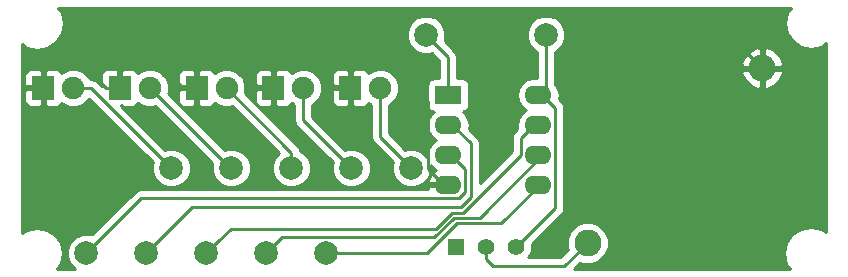
<source format=gbl>
G04 #@! TF.FileFunction,Copper,L2,Bot,Signal*
%FSLAX46Y46*%
G04 Gerber Fmt 4.6, Leading zero omitted, Abs format (unit mm)*
G04 Created by KiCad (PCBNEW 4.0.3-stable) date 10/29/16 15:55:36*
%MOMM*%
%LPD*%
G01*
G04 APERTURE LIST*
%ADD10C,0.100000*%
%ADD11R,1.900000X2.000000*%
%ADD12C,1.900000*%
%ADD13R,2.286000X1.574800*%
%ADD14O,2.286000X1.574800*%
%ADD15C,1.998980*%
%ADD16R,1.397000X1.397000*%
%ADD17C,1.397000*%
%ADD18C,2.286000*%
%ADD19C,0.250000*%
%ADD20C,0.254000*%
G04 APERTURE END LIST*
D10*
D11*
X154000000Y-92500000D03*
D12*
X156540000Y-92500000D03*
D11*
X147500000Y-92500000D03*
D12*
X150040000Y-92500000D03*
D11*
X141000000Y-92500000D03*
D12*
X143540000Y-92500000D03*
D11*
X134500000Y-92500000D03*
D12*
X137040000Y-92500000D03*
D11*
X128000000Y-92500000D03*
D12*
X130540000Y-92500000D03*
D13*
X162290000Y-93090000D03*
D14*
X162290000Y-95630000D03*
X162290000Y-98170000D03*
X162290000Y-100710000D03*
X169910000Y-100710000D03*
X169910000Y-98170000D03*
X169910000Y-95630000D03*
X169910000Y-93090000D03*
D15*
X160420000Y-88000000D03*
X170580000Y-88000000D03*
D16*
X162960000Y-106000000D03*
D17*
X165500000Y-106000000D03*
X168040000Y-106000000D03*
D18*
X188888154Y-90811846D03*
X174095480Y-105604520D03*
D15*
X151982898Y-106462102D03*
X159167102Y-99277898D03*
X146902898Y-106462102D03*
X154087102Y-99277898D03*
X141822898Y-106462102D03*
X149007102Y-99277898D03*
X136742898Y-106462102D03*
X143927102Y-99277898D03*
X131662898Y-106462102D03*
X138847102Y-99277898D03*
D19*
X154000000Y-92500000D02*
X154000000Y-90672000D01*
X154000000Y-90672000D02*
X158377491Y-86294509D01*
X158377491Y-86294509D02*
X184370817Y-86294509D01*
X184370817Y-86294509D02*
X187745155Y-89668847D01*
X187745155Y-89668847D02*
X188888154Y-90811846D01*
X154000000Y-92500000D02*
X154000000Y-90615000D01*
X154000000Y-90615000D02*
X154025001Y-90589999D01*
X154025001Y-90589999D02*
X157533001Y-90589999D01*
X157533001Y-90589999D02*
X160567990Y-93624988D01*
X160567990Y-93624988D02*
X160567990Y-99343590D01*
X160567990Y-99343590D02*
X161934400Y-100710000D01*
X161934400Y-100710000D02*
X162290000Y-100710000D01*
X147500000Y-92500000D02*
X147500000Y-90799000D01*
X147500000Y-90799000D02*
X148217001Y-90081999D01*
X148217001Y-90081999D02*
X150381999Y-90081999D01*
X150381999Y-90081999D02*
X152800000Y-92500000D01*
X152800000Y-92500000D02*
X154000000Y-92500000D01*
X141000000Y-92500000D02*
X141000000Y-90742000D01*
X141000000Y-90742000D02*
X141279001Y-90462999D01*
X141279001Y-90462999D02*
X144262999Y-90462999D01*
X144262999Y-90462999D02*
X146300000Y-92500000D01*
X146300000Y-92500000D02*
X147500000Y-92500000D01*
X134500000Y-92500000D02*
X134500000Y-90869000D01*
X134500000Y-90869000D02*
X134779001Y-90589999D01*
X134779001Y-90589999D02*
X137889999Y-90589999D01*
X137889999Y-90589999D02*
X139800000Y-92500000D01*
X139800000Y-92500000D02*
X141000000Y-92500000D01*
X128000000Y-92500000D02*
X128000000Y-90926000D01*
X133300000Y-92500000D02*
X134500000Y-92500000D01*
X128000000Y-90926000D02*
X128336001Y-90589999D01*
X131389999Y-90589999D02*
X133300000Y-92500000D01*
X128336001Y-90589999D02*
X131389999Y-90589999D01*
X156540000Y-92500000D02*
X156540000Y-96650796D01*
X156540000Y-96650796D02*
X159167102Y-99277898D01*
X150040000Y-92500000D02*
X150040000Y-95230796D01*
X150040000Y-95230796D02*
X154087102Y-99277898D01*
X143540000Y-92500000D02*
X149007102Y-97967102D01*
X149007102Y-97967102D02*
X149007102Y-99277898D01*
X137040000Y-92500000D02*
X143817898Y-99277898D01*
X143817898Y-99277898D02*
X143927102Y-99277898D01*
X130540000Y-92500000D02*
X132069204Y-92500000D01*
X132069204Y-92500000D02*
X138847102Y-99277898D01*
X160420000Y-88000000D02*
X162290000Y-89870000D01*
X162290000Y-89870000D02*
X162290000Y-93090000D01*
X164208021Y-97192422D02*
X164208019Y-101738176D01*
X162645600Y-95630000D02*
X164208021Y-97192422D01*
X162290000Y-95630000D02*
X162645600Y-95630000D01*
X164208019Y-101738176D02*
X163346195Y-102600000D01*
X163346195Y-102600000D02*
X140605000Y-102600000D01*
X140605000Y-102600000D02*
X137742387Y-105462613D01*
X137742387Y-105462613D02*
X136742898Y-106462102D01*
X163758010Y-101297775D02*
X163758010Y-99360225D01*
X131662898Y-106462102D02*
X136302590Y-101822410D01*
X163758010Y-99360225D02*
X162290000Y-97892215D01*
X136302590Y-101822410D02*
X163233375Y-101822410D01*
X163233375Y-101822410D02*
X163758010Y-101297775D01*
X162290000Y-97892215D02*
X162290000Y-98170000D01*
X170039233Y-100710000D02*
X166799200Y-103950033D01*
X169910000Y-100710000D02*
X170039233Y-100710000D01*
X160515896Y-106462102D02*
X153396390Y-106462102D01*
X166799200Y-103950033D02*
X163027966Y-103950033D01*
X163027966Y-103950033D02*
X160515896Y-106462102D01*
X153396390Y-106462102D02*
X151982898Y-106462102D01*
X147902387Y-105462613D02*
X146902898Y-106462102D01*
X169554400Y-98170000D02*
X169533000Y-98191400D01*
X162772800Y-103500022D02*
X161135210Y-105137611D01*
X164961800Y-103500022D02*
X162772800Y-103500022D01*
X169910000Y-98170000D02*
X169554400Y-98170000D01*
X170270422Y-98191400D02*
X164961800Y-103500022D01*
X169533000Y-98191400D02*
X170270422Y-98191400D01*
X161135210Y-105137611D02*
X148227389Y-105137611D01*
X148227389Y-105137611D02*
X147902387Y-105462613D01*
X168433011Y-96751389D02*
X168433011Y-98149595D01*
X143885000Y-104400000D02*
X142822387Y-105462613D01*
X168433011Y-98149595D02*
X163532595Y-103050011D01*
X142822387Y-105462613D02*
X141822898Y-106462102D01*
X161236410Y-104400000D02*
X143885000Y-104400000D01*
X163532595Y-103050011D02*
X162586400Y-103050011D01*
X169554400Y-95630000D02*
X168433011Y-96751389D01*
X169910000Y-95630000D02*
X169554400Y-95630000D01*
X162586400Y-103050011D02*
X161236410Y-104400000D01*
X170580000Y-88000000D02*
X170580000Y-92420000D01*
X170580000Y-92420000D02*
X169910000Y-93090000D01*
X168040000Y-106000000D02*
X171378010Y-102661990D01*
X171378010Y-102661990D02*
X171378010Y-94202410D01*
X171378010Y-94202410D02*
X170265600Y-93090000D01*
X170265600Y-93090000D02*
X169910000Y-93090000D01*
X166112172Y-107600000D02*
X172100000Y-107600000D01*
X172100000Y-107600000D02*
X174095480Y-105604520D01*
X165500000Y-106000000D02*
X165500000Y-106987828D01*
X165500000Y-106987828D02*
X166112172Y-107600000D01*
D20*
G36*
X190981323Y-86163837D02*
X190815000Y-87000000D01*
X190981323Y-87836163D01*
X191454972Y-88545028D01*
X192163837Y-89018677D01*
X193000000Y-89185000D01*
X193836163Y-89018677D01*
X194315000Y-88698728D01*
X194315000Y-104705562D01*
X193867214Y-104406361D01*
X193000000Y-104233861D01*
X192132786Y-104406361D01*
X191397598Y-104897598D01*
X190906361Y-105632786D01*
X190733861Y-106500000D01*
X190906361Y-107367214D01*
X191205562Y-107815000D01*
X172959802Y-107815000D01*
X173494599Y-107280203D01*
X173740262Y-107382211D01*
X174447594Y-107382828D01*
X175101320Y-107112714D01*
X175601916Y-106612991D01*
X175873171Y-105959738D01*
X175873788Y-105252406D01*
X175603674Y-104598680D01*
X175103951Y-104098084D01*
X174450698Y-103826829D01*
X173743366Y-103826212D01*
X173089640Y-104096326D01*
X172589044Y-104596049D01*
X172317789Y-105249302D01*
X172317172Y-105956634D01*
X172419913Y-106205285D01*
X171785198Y-106840000D01*
X169086034Y-106840000D01*
X169169827Y-106756353D01*
X169373268Y-106266413D01*
X169373726Y-105741076D01*
X171915411Y-103199391D01*
X172080158Y-102952829D01*
X172138010Y-102661990D01*
X172138010Y-94202410D01*
X172080158Y-93911571D01*
X172080158Y-93911570D01*
X171915411Y-93665009D01*
X171659383Y-93408981D01*
X171722833Y-93090000D01*
X171614559Y-92545671D01*
X171340000Y-92134763D01*
X171340000Y-91220175D01*
X187121906Y-91220175D01*
X187412614Y-91865007D01*
X187927960Y-92349505D01*
X188479825Y-92578094D01*
X188761154Y-92461046D01*
X188761154Y-90938846D01*
X189015154Y-90938846D01*
X189015154Y-92461046D01*
X189296483Y-92578094D01*
X189941315Y-92287386D01*
X190425813Y-91772040D01*
X190654402Y-91220175D01*
X190537354Y-90938846D01*
X189015154Y-90938846D01*
X188761154Y-90938846D01*
X187238954Y-90938846D01*
X187121906Y-91220175D01*
X171340000Y-91220175D01*
X171340000Y-90403517D01*
X187121906Y-90403517D01*
X187238954Y-90684846D01*
X188761154Y-90684846D01*
X188761154Y-89162646D01*
X189015154Y-89162646D01*
X189015154Y-90684846D01*
X190537354Y-90684846D01*
X190654402Y-90403517D01*
X190363694Y-89758685D01*
X189848348Y-89274187D01*
X189296483Y-89045598D01*
X189015154Y-89162646D01*
X188761154Y-89162646D01*
X188479825Y-89045598D01*
X187834993Y-89336306D01*
X187350495Y-89851652D01*
X187121906Y-90403517D01*
X171340000Y-90403517D01*
X171340000Y-89454496D01*
X171504655Y-89386462D01*
X171964846Y-88927073D01*
X172214206Y-88326547D01*
X172214774Y-87676306D01*
X171966462Y-87075345D01*
X171507073Y-86615154D01*
X170906547Y-86365794D01*
X170256306Y-86365226D01*
X169655345Y-86613538D01*
X169195154Y-87072927D01*
X168945794Y-87673453D01*
X168945226Y-88323694D01*
X169193538Y-88924655D01*
X169652927Y-89384846D01*
X169820000Y-89454221D01*
X169820000Y-91667600D01*
X169519567Y-91667600D01*
X168975238Y-91775874D01*
X168513778Y-92084211D01*
X168205441Y-92545671D01*
X168097167Y-93090000D01*
X168205441Y-93634329D01*
X168513778Y-94095789D01*
X168909199Y-94360000D01*
X168513778Y-94624211D01*
X168205441Y-95085671D01*
X168097167Y-95630000D01*
X168160617Y-95948981D01*
X167895610Y-96213988D01*
X167730863Y-96460550D01*
X167673011Y-96751389D01*
X167673011Y-97834793D01*
X164968020Y-100539784D01*
X164968021Y-97192422D01*
X164910169Y-96901583D01*
X164809813Y-96751389D01*
X164745423Y-96655021D01*
X164039383Y-95948981D01*
X164102833Y-95630000D01*
X163994559Y-95085671D01*
X163686222Y-94624211D01*
X163514540Y-94509497D01*
X163668317Y-94480562D01*
X163884441Y-94341490D01*
X164029431Y-94129290D01*
X164080440Y-93877400D01*
X164080440Y-92302600D01*
X164036162Y-92067283D01*
X163897090Y-91851159D01*
X163684890Y-91706169D01*
X163433000Y-91655160D01*
X163050000Y-91655160D01*
X163050000Y-89870000D01*
X162992148Y-89579161D01*
X162992148Y-89579160D01*
X162827401Y-89332599D01*
X161985885Y-88491083D01*
X162054206Y-88326547D01*
X162054774Y-87676306D01*
X161806462Y-87075345D01*
X161347073Y-86615154D01*
X160746547Y-86365794D01*
X160096306Y-86365226D01*
X159495345Y-86613538D01*
X159035154Y-87072927D01*
X158785794Y-87673453D01*
X158785226Y-88323694D01*
X159033538Y-88924655D01*
X159492927Y-89384846D01*
X160093453Y-89634206D01*
X160743694Y-89634774D01*
X160910889Y-89565691D01*
X161530000Y-90184802D01*
X161530000Y-91655160D01*
X161147000Y-91655160D01*
X160911683Y-91699438D01*
X160695559Y-91838510D01*
X160550569Y-92050710D01*
X160499560Y-92302600D01*
X160499560Y-93877400D01*
X160543838Y-94112717D01*
X160682910Y-94328841D01*
X160895110Y-94473831D01*
X161066803Y-94508600D01*
X160893778Y-94624211D01*
X160585441Y-95085671D01*
X160477167Y-95630000D01*
X160585441Y-96174329D01*
X160893778Y-96635789D01*
X161289199Y-96900000D01*
X160893778Y-97164211D01*
X160585441Y-97625671D01*
X160477167Y-98170000D01*
X160503676Y-98303268D01*
X160094175Y-97893052D01*
X159493649Y-97643692D01*
X158843408Y-97643124D01*
X158676213Y-97712207D01*
X157300000Y-96335994D01*
X157300000Y-93900947D01*
X157436657Y-93844481D01*
X157882914Y-93399003D01*
X158124724Y-92816659D01*
X158125275Y-92186107D01*
X157884481Y-91603343D01*
X157439003Y-91157086D01*
X156856659Y-90915276D01*
X156226107Y-90914725D01*
X155643343Y-91155519D01*
X155538133Y-91260545D01*
X155488327Y-91140302D01*
X155309699Y-90961673D01*
X155076310Y-90865000D01*
X154285750Y-90865000D01*
X154127000Y-91023750D01*
X154127000Y-92373000D01*
X154147000Y-92373000D01*
X154147000Y-92627000D01*
X154127000Y-92627000D01*
X154127000Y-93976250D01*
X154285750Y-94135000D01*
X155076310Y-94135000D01*
X155309699Y-94038327D01*
X155488327Y-93859698D01*
X155538012Y-93739749D01*
X155640997Y-93842914D01*
X155780000Y-93900633D01*
X155780000Y-96650796D01*
X155837852Y-96941635D01*
X156002599Y-97188197D01*
X157601217Y-98786815D01*
X157532896Y-98951351D01*
X157532328Y-99601592D01*
X157780640Y-100202553D01*
X158240029Y-100662744D01*
X158840555Y-100912104D01*
X159490796Y-100912672D01*
X160091757Y-100664360D01*
X160551948Y-100204971D01*
X160801308Y-99604445D01*
X160801803Y-99038138D01*
X160893778Y-99175789D01*
X161288830Y-99439754D01*
X161272738Y-99444475D01*
X160838809Y-99794014D01*
X160571673Y-100283004D01*
X160554990Y-100362940D01*
X160677148Y-100583000D01*
X162163000Y-100583000D01*
X162163000Y-100563000D01*
X162417000Y-100563000D01*
X162417000Y-100583000D01*
X162437000Y-100583000D01*
X162437000Y-100837000D01*
X162417000Y-100837000D01*
X162417000Y-100857000D01*
X162163000Y-100857000D01*
X162163000Y-100837000D01*
X160677148Y-100837000D01*
X160554990Y-101057060D01*
X160556107Y-101062410D01*
X136302590Y-101062410D01*
X136011750Y-101120262D01*
X135765189Y-101285009D01*
X132153981Y-104896217D01*
X131989445Y-104827896D01*
X131339204Y-104827328D01*
X130738243Y-105075640D01*
X130278052Y-105535029D01*
X130028692Y-106135555D01*
X130028124Y-106785796D01*
X130276436Y-107386757D01*
X130703933Y-107815000D01*
X129198728Y-107815000D01*
X129518677Y-107336163D01*
X129685000Y-106500000D01*
X129518677Y-105663837D01*
X129045028Y-104954972D01*
X128336163Y-104481323D01*
X127500000Y-104315000D01*
X126663837Y-104481323D01*
X126185000Y-104801272D01*
X126185000Y-92785750D01*
X126415000Y-92785750D01*
X126415000Y-93626309D01*
X126511673Y-93859698D01*
X126690301Y-94038327D01*
X126923690Y-94135000D01*
X127714250Y-94135000D01*
X127873000Y-93976250D01*
X127873000Y-92627000D01*
X126573750Y-92627000D01*
X126415000Y-92785750D01*
X126185000Y-92785750D01*
X126185000Y-91373691D01*
X126415000Y-91373691D01*
X126415000Y-92214250D01*
X126573750Y-92373000D01*
X127873000Y-92373000D01*
X127873000Y-91023750D01*
X128127000Y-91023750D01*
X128127000Y-92373000D01*
X128147000Y-92373000D01*
X128147000Y-92627000D01*
X128127000Y-92627000D01*
X128127000Y-93976250D01*
X128285750Y-94135000D01*
X129076310Y-94135000D01*
X129309699Y-94038327D01*
X129488327Y-93859698D01*
X129538012Y-93739749D01*
X129640997Y-93842914D01*
X130223341Y-94084724D01*
X130853893Y-94085275D01*
X131436657Y-93844481D01*
X131882914Y-93399003D01*
X131885992Y-93391590D01*
X137281217Y-98786815D01*
X137212896Y-98951351D01*
X137212328Y-99601592D01*
X137460640Y-100202553D01*
X137920029Y-100662744D01*
X138520555Y-100912104D01*
X139170796Y-100912672D01*
X139771757Y-100664360D01*
X140231948Y-100204971D01*
X140481308Y-99604445D01*
X140481876Y-98954204D01*
X140233564Y-98353243D01*
X139774175Y-97893052D01*
X139173649Y-97643692D01*
X138523408Y-97643124D01*
X138356213Y-97712207D01*
X134627002Y-93982996D01*
X134627002Y-93976252D01*
X134785750Y-94135000D01*
X135576310Y-94135000D01*
X135809699Y-94038327D01*
X135988327Y-93859698D01*
X136038012Y-93739749D01*
X136140997Y-93842914D01*
X136723341Y-94084724D01*
X137353893Y-94085275D01*
X137492996Y-94027798D01*
X142329176Y-98863978D01*
X142292896Y-98951351D01*
X142292328Y-99601592D01*
X142540640Y-100202553D01*
X143000029Y-100662744D01*
X143600555Y-100912104D01*
X144250796Y-100912672D01*
X144851757Y-100664360D01*
X145311948Y-100204971D01*
X145561308Y-99604445D01*
X145561876Y-98954204D01*
X145313564Y-98353243D01*
X144854175Y-97893052D01*
X144253649Y-97643692D01*
X143603408Y-97643124D01*
X143358939Y-97744137D01*
X138568020Y-92953218D01*
X138624724Y-92816659D01*
X138624751Y-92785750D01*
X139415000Y-92785750D01*
X139415000Y-93626309D01*
X139511673Y-93859698D01*
X139690301Y-94038327D01*
X139923690Y-94135000D01*
X140714250Y-94135000D01*
X140873000Y-93976250D01*
X140873000Y-92627000D01*
X139573750Y-92627000D01*
X139415000Y-92785750D01*
X138624751Y-92785750D01*
X138625275Y-92186107D01*
X138384481Y-91603343D01*
X138155230Y-91373691D01*
X139415000Y-91373691D01*
X139415000Y-92214250D01*
X139573750Y-92373000D01*
X140873000Y-92373000D01*
X140873000Y-91023750D01*
X141127000Y-91023750D01*
X141127000Y-92373000D01*
X141147000Y-92373000D01*
X141147000Y-92627000D01*
X141127000Y-92627000D01*
X141127000Y-93976250D01*
X141285750Y-94135000D01*
X142076310Y-94135000D01*
X142309699Y-94038327D01*
X142488327Y-93859698D01*
X142538012Y-93739749D01*
X142640997Y-93842914D01*
X143223341Y-94084724D01*
X143853893Y-94085275D01*
X143992996Y-94027798D01*
X147969442Y-98004244D01*
X147622256Y-98350825D01*
X147372896Y-98951351D01*
X147372328Y-99601592D01*
X147620640Y-100202553D01*
X148080029Y-100662744D01*
X148680555Y-100912104D01*
X149330796Y-100912672D01*
X149931757Y-100664360D01*
X150391948Y-100204971D01*
X150641308Y-99604445D01*
X150641876Y-98954204D01*
X150393564Y-98353243D01*
X149934175Y-97893052D01*
X149736004Y-97810764D01*
X149709250Y-97676263D01*
X149544503Y-97429701D01*
X145068020Y-92953218D01*
X145124724Y-92816659D01*
X145124751Y-92785750D01*
X145915000Y-92785750D01*
X145915000Y-93626309D01*
X146011673Y-93859698D01*
X146190301Y-94038327D01*
X146423690Y-94135000D01*
X147214250Y-94135000D01*
X147373000Y-93976250D01*
X147373000Y-92627000D01*
X146073750Y-92627000D01*
X145915000Y-92785750D01*
X145124751Y-92785750D01*
X145125275Y-92186107D01*
X144884481Y-91603343D01*
X144655230Y-91373691D01*
X145915000Y-91373691D01*
X145915000Y-92214250D01*
X146073750Y-92373000D01*
X147373000Y-92373000D01*
X147373000Y-91023750D01*
X147627000Y-91023750D01*
X147627000Y-92373000D01*
X147647000Y-92373000D01*
X147647000Y-92627000D01*
X147627000Y-92627000D01*
X147627000Y-93976250D01*
X147785750Y-94135000D01*
X148576310Y-94135000D01*
X148809699Y-94038327D01*
X148988327Y-93859698D01*
X149038012Y-93739749D01*
X149140997Y-93842914D01*
X149280000Y-93900633D01*
X149280000Y-95230796D01*
X149337852Y-95521635D01*
X149502599Y-95768197D01*
X152521217Y-98786815D01*
X152452896Y-98951351D01*
X152452328Y-99601592D01*
X152700640Y-100202553D01*
X153160029Y-100662744D01*
X153760555Y-100912104D01*
X154410796Y-100912672D01*
X155011757Y-100664360D01*
X155471948Y-100204971D01*
X155721308Y-99604445D01*
X155721876Y-98954204D01*
X155473564Y-98353243D01*
X155014175Y-97893052D01*
X154413649Y-97643692D01*
X153763408Y-97643124D01*
X153596213Y-97712207D01*
X150800000Y-94915994D01*
X150800000Y-93900947D01*
X150936657Y-93844481D01*
X151382914Y-93399003D01*
X151624724Y-92816659D01*
X151624751Y-92785750D01*
X152415000Y-92785750D01*
X152415000Y-93626309D01*
X152511673Y-93859698D01*
X152690301Y-94038327D01*
X152923690Y-94135000D01*
X153714250Y-94135000D01*
X153873000Y-93976250D01*
X153873000Y-92627000D01*
X152573750Y-92627000D01*
X152415000Y-92785750D01*
X151624751Y-92785750D01*
X151625275Y-92186107D01*
X151384481Y-91603343D01*
X151155230Y-91373691D01*
X152415000Y-91373691D01*
X152415000Y-92214250D01*
X152573750Y-92373000D01*
X153873000Y-92373000D01*
X153873000Y-91023750D01*
X153714250Y-90865000D01*
X152923690Y-90865000D01*
X152690301Y-90961673D01*
X152511673Y-91140302D01*
X152415000Y-91373691D01*
X151155230Y-91373691D01*
X150939003Y-91157086D01*
X150356659Y-90915276D01*
X149726107Y-90914725D01*
X149143343Y-91155519D01*
X149038133Y-91260545D01*
X148988327Y-91140302D01*
X148809699Y-90961673D01*
X148576310Y-90865000D01*
X147785750Y-90865000D01*
X147627000Y-91023750D01*
X147373000Y-91023750D01*
X147214250Y-90865000D01*
X146423690Y-90865000D01*
X146190301Y-90961673D01*
X146011673Y-91140302D01*
X145915000Y-91373691D01*
X144655230Y-91373691D01*
X144439003Y-91157086D01*
X143856659Y-90915276D01*
X143226107Y-90914725D01*
X142643343Y-91155519D01*
X142538133Y-91260545D01*
X142488327Y-91140302D01*
X142309699Y-90961673D01*
X142076310Y-90865000D01*
X141285750Y-90865000D01*
X141127000Y-91023750D01*
X140873000Y-91023750D01*
X140714250Y-90865000D01*
X139923690Y-90865000D01*
X139690301Y-90961673D01*
X139511673Y-91140302D01*
X139415000Y-91373691D01*
X138155230Y-91373691D01*
X137939003Y-91157086D01*
X137356659Y-90915276D01*
X136726107Y-90914725D01*
X136143343Y-91155519D01*
X136038133Y-91260545D01*
X135988327Y-91140302D01*
X135809699Y-90961673D01*
X135576310Y-90865000D01*
X134785750Y-90865000D01*
X134627000Y-91023750D01*
X134627000Y-92373000D01*
X134647000Y-92373000D01*
X134647000Y-92627000D01*
X134627000Y-92627000D01*
X134627000Y-92647000D01*
X134373000Y-92647000D01*
X134373000Y-92627000D01*
X134353000Y-92627000D01*
X134353000Y-92373000D01*
X134373000Y-92373000D01*
X134373000Y-91023750D01*
X134214250Y-90865000D01*
X133423690Y-90865000D01*
X133190301Y-90961673D01*
X133011673Y-91140302D01*
X132915000Y-91373691D01*
X132915000Y-92214250D01*
X133073748Y-92372998D01*
X133017004Y-92372998D01*
X132606605Y-91962599D01*
X132360043Y-91797852D01*
X132069204Y-91740000D01*
X131940947Y-91740000D01*
X131884481Y-91603343D01*
X131439003Y-91157086D01*
X130856659Y-90915276D01*
X130226107Y-90914725D01*
X129643343Y-91155519D01*
X129538133Y-91260545D01*
X129488327Y-91140302D01*
X129309699Y-90961673D01*
X129076310Y-90865000D01*
X128285750Y-90865000D01*
X128127000Y-91023750D01*
X127873000Y-91023750D01*
X127714250Y-90865000D01*
X126923690Y-90865000D01*
X126690301Y-90961673D01*
X126511673Y-91140302D01*
X126415000Y-91373691D01*
X126185000Y-91373691D01*
X126185000Y-88794438D01*
X126632786Y-89093639D01*
X127500000Y-89266139D01*
X128367214Y-89093639D01*
X129102402Y-88602402D01*
X129593639Y-87867214D01*
X129766139Y-87000000D01*
X129593639Y-86132786D01*
X129294438Y-85685000D01*
X191301272Y-85685000D01*
X190981323Y-86163837D01*
X190981323Y-86163837D01*
G37*
X190981323Y-86163837D02*
X190815000Y-87000000D01*
X190981323Y-87836163D01*
X191454972Y-88545028D01*
X192163837Y-89018677D01*
X193000000Y-89185000D01*
X193836163Y-89018677D01*
X194315000Y-88698728D01*
X194315000Y-104705562D01*
X193867214Y-104406361D01*
X193000000Y-104233861D01*
X192132786Y-104406361D01*
X191397598Y-104897598D01*
X190906361Y-105632786D01*
X190733861Y-106500000D01*
X190906361Y-107367214D01*
X191205562Y-107815000D01*
X172959802Y-107815000D01*
X173494599Y-107280203D01*
X173740262Y-107382211D01*
X174447594Y-107382828D01*
X175101320Y-107112714D01*
X175601916Y-106612991D01*
X175873171Y-105959738D01*
X175873788Y-105252406D01*
X175603674Y-104598680D01*
X175103951Y-104098084D01*
X174450698Y-103826829D01*
X173743366Y-103826212D01*
X173089640Y-104096326D01*
X172589044Y-104596049D01*
X172317789Y-105249302D01*
X172317172Y-105956634D01*
X172419913Y-106205285D01*
X171785198Y-106840000D01*
X169086034Y-106840000D01*
X169169827Y-106756353D01*
X169373268Y-106266413D01*
X169373726Y-105741076D01*
X171915411Y-103199391D01*
X172080158Y-102952829D01*
X172138010Y-102661990D01*
X172138010Y-94202410D01*
X172080158Y-93911571D01*
X172080158Y-93911570D01*
X171915411Y-93665009D01*
X171659383Y-93408981D01*
X171722833Y-93090000D01*
X171614559Y-92545671D01*
X171340000Y-92134763D01*
X171340000Y-91220175D01*
X187121906Y-91220175D01*
X187412614Y-91865007D01*
X187927960Y-92349505D01*
X188479825Y-92578094D01*
X188761154Y-92461046D01*
X188761154Y-90938846D01*
X189015154Y-90938846D01*
X189015154Y-92461046D01*
X189296483Y-92578094D01*
X189941315Y-92287386D01*
X190425813Y-91772040D01*
X190654402Y-91220175D01*
X190537354Y-90938846D01*
X189015154Y-90938846D01*
X188761154Y-90938846D01*
X187238954Y-90938846D01*
X187121906Y-91220175D01*
X171340000Y-91220175D01*
X171340000Y-90403517D01*
X187121906Y-90403517D01*
X187238954Y-90684846D01*
X188761154Y-90684846D01*
X188761154Y-89162646D01*
X189015154Y-89162646D01*
X189015154Y-90684846D01*
X190537354Y-90684846D01*
X190654402Y-90403517D01*
X190363694Y-89758685D01*
X189848348Y-89274187D01*
X189296483Y-89045598D01*
X189015154Y-89162646D01*
X188761154Y-89162646D01*
X188479825Y-89045598D01*
X187834993Y-89336306D01*
X187350495Y-89851652D01*
X187121906Y-90403517D01*
X171340000Y-90403517D01*
X171340000Y-89454496D01*
X171504655Y-89386462D01*
X171964846Y-88927073D01*
X172214206Y-88326547D01*
X172214774Y-87676306D01*
X171966462Y-87075345D01*
X171507073Y-86615154D01*
X170906547Y-86365794D01*
X170256306Y-86365226D01*
X169655345Y-86613538D01*
X169195154Y-87072927D01*
X168945794Y-87673453D01*
X168945226Y-88323694D01*
X169193538Y-88924655D01*
X169652927Y-89384846D01*
X169820000Y-89454221D01*
X169820000Y-91667600D01*
X169519567Y-91667600D01*
X168975238Y-91775874D01*
X168513778Y-92084211D01*
X168205441Y-92545671D01*
X168097167Y-93090000D01*
X168205441Y-93634329D01*
X168513778Y-94095789D01*
X168909199Y-94360000D01*
X168513778Y-94624211D01*
X168205441Y-95085671D01*
X168097167Y-95630000D01*
X168160617Y-95948981D01*
X167895610Y-96213988D01*
X167730863Y-96460550D01*
X167673011Y-96751389D01*
X167673011Y-97834793D01*
X164968020Y-100539784D01*
X164968021Y-97192422D01*
X164910169Y-96901583D01*
X164809813Y-96751389D01*
X164745423Y-96655021D01*
X164039383Y-95948981D01*
X164102833Y-95630000D01*
X163994559Y-95085671D01*
X163686222Y-94624211D01*
X163514540Y-94509497D01*
X163668317Y-94480562D01*
X163884441Y-94341490D01*
X164029431Y-94129290D01*
X164080440Y-93877400D01*
X164080440Y-92302600D01*
X164036162Y-92067283D01*
X163897090Y-91851159D01*
X163684890Y-91706169D01*
X163433000Y-91655160D01*
X163050000Y-91655160D01*
X163050000Y-89870000D01*
X162992148Y-89579161D01*
X162992148Y-89579160D01*
X162827401Y-89332599D01*
X161985885Y-88491083D01*
X162054206Y-88326547D01*
X162054774Y-87676306D01*
X161806462Y-87075345D01*
X161347073Y-86615154D01*
X160746547Y-86365794D01*
X160096306Y-86365226D01*
X159495345Y-86613538D01*
X159035154Y-87072927D01*
X158785794Y-87673453D01*
X158785226Y-88323694D01*
X159033538Y-88924655D01*
X159492927Y-89384846D01*
X160093453Y-89634206D01*
X160743694Y-89634774D01*
X160910889Y-89565691D01*
X161530000Y-90184802D01*
X161530000Y-91655160D01*
X161147000Y-91655160D01*
X160911683Y-91699438D01*
X160695559Y-91838510D01*
X160550569Y-92050710D01*
X160499560Y-92302600D01*
X160499560Y-93877400D01*
X160543838Y-94112717D01*
X160682910Y-94328841D01*
X160895110Y-94473831D01*
X161066803Y-94508600D01*
X160893778Y-94624211D01*
X160585441Y-95085671D01*
X160477167Y-95630000D01*
X160585441Y-96174329D01*
X160893778Y-96635789D01*
X161289199Y-96900000D01*
X160893778Y-97164211D01*
X160585441Y-97625671D01*
X160477167Y-98170000D01*
X160503676Y-98303268D01*
X160094175Y-97893052D01*
X159493649Y-97643692D01*
X158843408Y-97643124D01*
X158676213Y-97712207D01*
X157300000Y-96335994D01*
X157300000Y-93900947D01*
X157436657Y-93844481D01*
X157882914Y-93399003D01*
X158124724Y-92816659D01*
X158125275Y-92186107D01*
X157884481Y-91603343D01*
X157439003Y-91157086D01*
X156856659Y-90915276D01*
X156226107Y-90914725D01*
X155643343Y-91155519D01*
X155538133Y-91260545D01*
X155488327Y-91140302D01*
X155309699Y-90961673D01*
X155076310Y-90865000D01*
X154285750Y-90865000D01*
X154127000Y-91023750D01*
X154127000Y-92373000D01*
X154147000Y-92373000D01*
X154147000Y-92627000D01*
X154127000Y-92627000D01*
X154127000Y-93976250D01*
X154285750Y-94135000D01*
X155076310Y-94135000D01*
X155309699Y-94038327D01*
X155488327Y-93859698D01*
X155538012Y-93739749D01*
X155640997Y-93842914D01*
X155780000Y-93900633D01*
X155780000Y-96650796D01*
X155837852Y-96941635D01*
X156002599Y-97188197D01*
X157601217Y-98786815D01*
X157532896Y-98951351D01*
X157532328Y-99601592D01*
X157780640Y-100202553D01*
X158240029Y-100662744D01*
X158840555Y-100912104D01*
X159490796Y-100912672D01*
X160091757Y-100664360D01*
X160551948Y-100204971D01*
X160801308Y-99604445D01*
X160801803Y-99038138D01*
X160893778Y-99175789D01*
X161288830Y-99439754D01*
X161272738Y-99444475D01*
X160838809Y-99794014D01*
X160571673Y-100283004D01*
X160554990Y-100362940D01*
X160677148Y-100583000D01*
X162163000Y-100583000D01*
X162163000Y-100563000D01*
X162417000Y-100563000D01*
X162417000Y-100583000D01*
X162437000Y-100583000D01*
X162437000Y-100837000D01*
X162417000Y-100837000D01*
X162417000Y-100857000D01*
X162163000Y-100857000D01*
X162163000Y-100837000D01*
X160677148Y-100837000D01*
X160554990Y-101057060D01*
X160556107Y-101062410D01*
X136302590Y-101062410D01*
X136011750Y-101120262D01*
X135765189Y-101285009D01*
X132153981Y-104896217D01*
X131989445Y-104827896D01*
X131339204Y-104827328D01*
X130738243Y-105075640D01*
X130278052Y-105535029D01*
X130028692Y-106135555D01*
X130028124Y-106785796D01*
X130276436Y-107386757D01*
X130703933Y-107815000D01*
X129198728Y-107815000D01*
X129518677Y-107336163D01*
X129685000Y-106500000D01*
X129518677Y-105663837D01*
X129045028Y-104954972D01*
X128336163Y-104481323D01*
X127500000Y-104315000D01*
X126663837Y-104481323D01*
X126185000Y-104801272D01*
X126185000Y-92785750D01*
X126415000Y-92785750D01*
X126415000Y-93626309D01*
X126511673Y-93859698D01*
X126690301Y-94038327D01*
X126923690Y-94135000D01*
X127714250Y-94135000D01*
X127873000Y-93976250D01*
X127873000Y-92627000D01*
X126573750Y-92627000D01*
X126415000Y-92785750D01*
X126185000Y-92785750D01*
X126185000Y-91373691D01*
X126415000Y-91373691D01*
X126415000Y-92214250D01*
X126573750Y-92373000D01*
X127873000Y-92373000D01*
X127873000Y-91023750D01*
X128127000Y-91023750D01*
X128127000Y-92373000D01*
X128147000Y-92373000D01*
X128147000Y-92627000D01*
X128127000Y-92627000D01*
X128127000Y-93976250D01*
X128285750Y-94135000D01*
X129076310Y-94135000D01*
X129309699Y-94038327D01*
X129488327Y-93859698D01*
X129538012Y-93739749D01*
X129640997Y-93842914D01*
X130223341Y-94084724D01*
X130853893Y-94085275D01*
X131436657Y-93844481D01*
X131882914Y-93399003D01*
X131885992Y-93391590D01*
X137281217Y-98786815D01*
X137212896Y-98951351D01*
X137212328Y-99601592D01*
X137460640Y-100202553D01*
X137920029Y-100662744D01*
X138520555Y-100912104D01*
X139170796Y-100912672D01*
X139771757Y-100664360D01*
X140231948Y-100204971D01*
X140481308Y-99604445D01*
X140481876Y-98954204D01*
X140233564Y-98353243D01*
X139774175Y-97893052D01*
X139173649Y-97643692D01*
X138523408Y-97643124D01*
X138356213Y-97712207D01*
X134627002Y-93982996D01*
X134627002Y-93976252D01*
X134785750Y-94135000D01*
X135576310Y-94135000D01*
X135809699Y-94038327D01*
X135988327Y-93859698D01*
X136038012Y-93739749D01*
X136140997Y-93842914D01*
X136723341Y-94084724D01*
X137353893Y-94085275D01*
X137492996Y-94027798D01*
X142329176Y-98863978D01*
X142292896Y-98951351D01*
X142292328Y-99601592D01*
X142540640Y-100202553D01*
X143000029Y-100662744D01*
X143600555Y-100912104D01*
X144250796Y-100912672D01*
X144851757Y-100664360D01*
X145311948Y-100204971D01*
X145561308Y-99604445D01*
X145561876Y-98954204D01*
X145313564Y-98353243D01*
X144854175Y-97893052D01*
X144253649Y-97643692D01*
X143603408Y-97643124D01*
X143358939Y-97744137D01*
X138568020Y-92953218D01*
X138624724Y-92816659D01*
X138624751Y-92785750D01*
X139415000Y-92785750D01*
X139415000Y-93626309D01*
X139511673Y-93859698D01*
X139690301Y-94038327D01*
X139923690Y-94135000D01*
X140714250Y-94135000D01*
X140873000Y-93976250D01*
X140873000Y-92627000D01*
X139573750Y-92627000D01*
X139415000Y-92785750D01*
X138624751Y-92785750D01*
X138625275Y-92186107D01*
X138384481Y-91603343D01*
X138155230Y-91373691D01*
X139415000Y-91373691D01*
X139415000Y-92214250D01*
X139573750Y-92373000D01*
X140873000Y-92373000D01*
X140873000Y-91023750D01*
X141127000Y-91023750D01*
X141127000Y-92373000D01*
X141147000Y-92373000D01*
X141147000Y-92627000D01*
X141127000Y-92627000D01*
X141127000Y-93976250D01*
X141285750Y-94135000D01*
X142076310Y-94135000D01*
X142309699Y-94038327D01*
X142488327Y-93859698D01*
X142538012Y-93739749D01*
X142640997Y-93842914D01*
X143223341Y-94084724D01*
X143853893Y-94085275D01*
X143992996Y-94027798D01*
X147969442Y-98004244D01*
X147622256Y-98350825D01*
X147372896Y-98951351D01*
X147372328Y-99601592D01*
X147620640Y-100202553D01*
X148080029Y-100662744D01*
X148680555Y-100912104D01*
X149330796Y-100912672D01*
X149931757Y-100664360D01*
X150391948Y-100204971D01*
X150641308Y-99604445D01*
X150641876Y-98954204D01*
X150393564Y-98353243D01*
X149934175Y-97893052D01*
X149736004Y-97810764D01*
X149709250Y-97676263D01*
X149544503Y-97429701D01*
X145068020Y-92953218D01*
X145124724Y-92816659D01*
X145124751Y-92785750D01*
X145915000Y-92785750D01*
X145915000Y-93626309D01*
X146011673Y-93859698D01*
X146190301Y-94038327D01*
X146423690Y-94135000D01*
X147214250Y-94135000D01*
X147373000Y-93976250D01*
X147373000Y-92627000D01*
X146073750Y-92627000D01*
X145915000Y-92785750D01*
X145124751Y-92785750D01*
X145125275Y-92186107D01*
X144884481Y-91603343D01*
X144655230Y-91373691D01*
X145915000Y-91373691D01*
X145915000Y-92214250D01*
X146073750Y-92373000D01*
X147373000Y-92373000D01*
X147373000Y-91023750D01*
X147627000Y-91023750D01*
X147627000Y-92373000D01*
X147647000Y-92373000D01*
X147647000Y-92627000D01*
X147627000Y-92627000D01*
X147627000Y-93976250D01*
X147785750Y-94135000D01*
X148576310Y-94135000D01*
X148809699Y-94038327D01*
X148988327Y-93859698D01*
X149038012Y-93739749D01*
X149140997Y-93842914D01*
X149280000Y-93900633D01*
X149280000Y-95230796D01*
X149337852Y-95521635D01*
X149502599Y-95768197D01*
X152521217Y-98786815D01*
X152452896Y-98951351D01*
X152452328Y-99601592D01*
X152700640Y-100202553D01*
X153160029Y-100662744D01*
X153760555Y-100912104D01*
X154410796Y-100912672D01*
X155011757Y-100664360D01*
X155471948Y-100204971D01*
X155721308Y-99604445D01*
X155721876Y-98954204D01*
X155473564Y-98353243D01*
X155014175Y-97893052D01*
X154413649Y-97643692D01*
X153763408Y-97643124D01*
X153596213Y-97712207D01*
X150800000Y-94915994D01*
X150800000Y-93900947D01*
X150936657Y-93844481D01*
X151382914Y-93399003D01*
X151624724Y-92816659D01*
X151624751Y-92785750D01*
X152415000Y-92785750D01*
X152415000Y-93626309D01*
X152511673Y-93859698D01*
X152690301Y-94038327D01*
X152923690Y-94135000D01*
X153714250Y-94135000D01*
X153873000Y-93976250D01*
X153873000Y-92627000D01*
X152573750Y-92627000D01*
X152415000Y-92785750D01*
X151624751Y-92785750D01*
X151625275Y-92186107D01*
X151384481Y-91603343D01*
X151155230Y-91373691D01*
X152415000Y-91373691D01*
X152415000Y-92214250D01*
X152573750Y-92373000D01*
X153873000Y-92373000D01*
X153873000Y-91023750D01*
X153714250Y-90865000D01*
X152923690Y-90865000D01*
X152690301Y-90961673D01*
X152511673Y-91140302D01*
X152415000Y-91373691D01*
X151155230Y-91373691D01*
X150939003Y-91157086D01*
X150356659Y-90915276D01*
X149726107Y-90914725D01*
X149143343Y-91155519D01*
X149038133Y-91260545D01*
X148988327Y-91140302D01*
X148809699Y-90961673D01*
X148576310Y-90865000D01*
X147785750Y-90865000D01*
X147627000Y-91023750D01*
X147373000Y-91023750D01*
X147214250Y-90865000D01*
X146423690Y-90865000D01*
X146190301Y-90961673D01*
X146011673Y-91140302D01*
X145915000Y-91373691D01*
X144655230Y-91373691D01*
X144439003Y-91157086D01*
X143856659Y-90915276D01*
X143226107Y-90914725D01*
X142643343Y-91155519D01*
X142538133Y-91260545D01*
X142488327Y-91140302D01*
X142309699Y-90961673D01*
X142076310Y-90865000D01*
X141285750Y-90865000D01*
X141127000Y-91023750D01*
X140873000Y-91023750D01*
X140714250Y-90865000D01*
X139923690Y-90865000D01*
X139690301Y-90961673D01*
X139511673Y-91140302D01*
X139415000Y-91373691D01*
X138155230Y-91373691D01*
X137939003Y-91157086D01*
X137356659Y-90915276D01*
X136726107Y-90914725D01*
X136143343Y-91155519D01*
X136038133Y-91260545D01*
X135988327Y-91140302D01*
X135809699Y-90961673D01*
X135576310Y-90865000D01*
X134785750Y-90865000D01*
X134627000Y-91023750D01*
X134627000Y-92373000D01*
X134647000Y-92373000D01*
X134647000Y-92627000D01*
X134627000Y-92627000D01*
X134627000Y-92647000D01*
X134373000Y-92647000D01*
X134373000Y-92627000D01*
X134353000Y-92627000D01*
X134353000Y-92373000D01*
X134373000Y-92373000D01*
X134373000Y-91023750D01*
X134214250Y-90865000D01*
X133423690Y-90865000D01*
X133190301Y-90961673D01*
X133011673Y-91140302D01*
X132915000Y-91373691D01*
X132915000Y-92214250D01*
X133073748Y-92372998D01*
X133017004Y-92372998D01*
X132606605Y-91962599D01*
X132360043Y-91797852D01*
X132069204Y-91740000D01*
X131940947Y-91740000D01*
X131884481Y-91603343D01*
X131439003Y-91157086D01*
X130856659Y-90915276D01*
X130226107Y-90914725D01*
X129643343Y-91155519D01*
X129538133Y-91260545D01*
X129488327Y-91140302D01*
X129309699Y-90961673D01*
X129076310Y-90865000D01*
X128285750Y-90865000D01*
X128127000Y-91023750D01*
X127873000Y-91023750D01*
X127714250Y-90865000D01*
X126923690Y-90865000D01*
X126690301Y-90961673D01*
X126511673Y-91140302D01*
X126415000Y-91373691D01*
X126185000Y-91373691D01*
X126185000Y-88794438D01*
X126632786Y-89093639D01*
X127500000Y-89266139D01*
X128367214Y-89093639D01*
X129102402Y-88602402D01*
X129593639Y-87867214D01*
X129766139Y-87000000D01*
X129593639Y-86132786D01*
X129294438Y-85685000D01*
X191301272Y-85685000D01*
X190981323Y-86163837D01*
M02*

</source>
